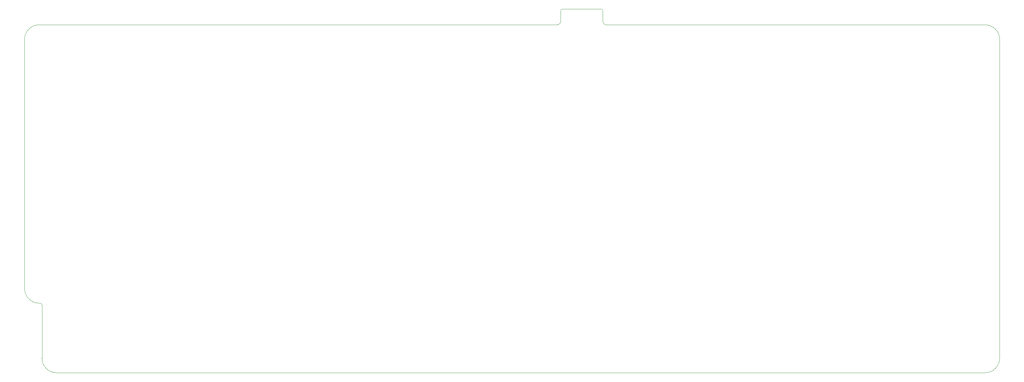
<source format=gbr>
%TF.GenerationSoftware,KiCad,Pcbnew,(6.0.0)*%
%TF.CreationDate,2022-03-05T10:25:11+10:00*%
%TF.ProjectId,Ortho66_Optical,4f727468-6f36-4365-9f4f-70746963616c,rev?*%
%TF.SameCoordinates,Original*%
%TF.FileFunction,Profile,NP*%
%FSLAX46Y46*%
G04 Gerber Fmt 4.6, Leading zero omitted, Abs format (unit mm)*
G04 Created by KiCad (PCBNEW (6.0.0)) date 2022-03-05 10:25:11*
%MOMM*%
%LPD*%
G01*
G04 APERTURE LIST*
%TA.AperFunction,Profile*%
%ADD10C,0.080000*%
%TD*%
G04 APERTURE END LIST*
D10*
X353175000Y-90475000D02*
X249625000Y-90475000D01*
X95237500Y-167175000D02*
G75*
G03*
X94737500Y-166675000I-500001J-1D01*
G01*
X248625000Y-86675000D02*
X248625000Y-89475000D01*
X248625000Y-86675000D02*
G75*
G03*
X248125000Y-86175000I-500001J-1D01*
G01*
X353175000Y-185725000D02*
G75*
G03*
X357175000Y-181725000I0J4000000D01*
G01*
X236125000Y-90475000D02*
X94475000Y-90475000D01*
X236125000Y-90475000D02*
G75*
G03*
X237125000Y-89475000I-3J1000003D01*
G01*
X357175000Y-94475000D02*
G75*
G03*
X353175000Y-90475000I-4000000J0D01*
G01*
X357175000Y-181725000D02*
X357175000Y-94475000D01*
X95237500Y-181725000D02*
X95237500Y-167175000D01*
X248125000Y-86175000D02*
X237625000Y-86175000D01*
X237625000Y-86175000D02*
G75*
G03*
X237125000Y-86675000I1J-500001D01*
G01*
X95237500Y-181725000D02*
G75*
G03*
X99237500Y-185725000I4000000J0D01*
G01*
X94475000Y-90475000D02*
G75*
G03*
X90475000Y-94475000I0J-4000000D01*
G01*
X90475000Y-162675000D02*
G75*
G03*
X94475000Y-166675000I4000000J0D01*
G01*
X90475000Y-94475000D02*
X90475000Y-162675000D01*
X94737500Y-166675000D02*
X94475000Y-166675000D01*
X237125000Y-86675000D02*
X237125000Y-89475000D01*
X99237500Y-185725000D02*
X353175000Y-185725000D01*
X248625000Y-89475000D02*
G75*
G03*
X249625000Y-90475000I1000003J3D01*
G01*
M02*

</source>
